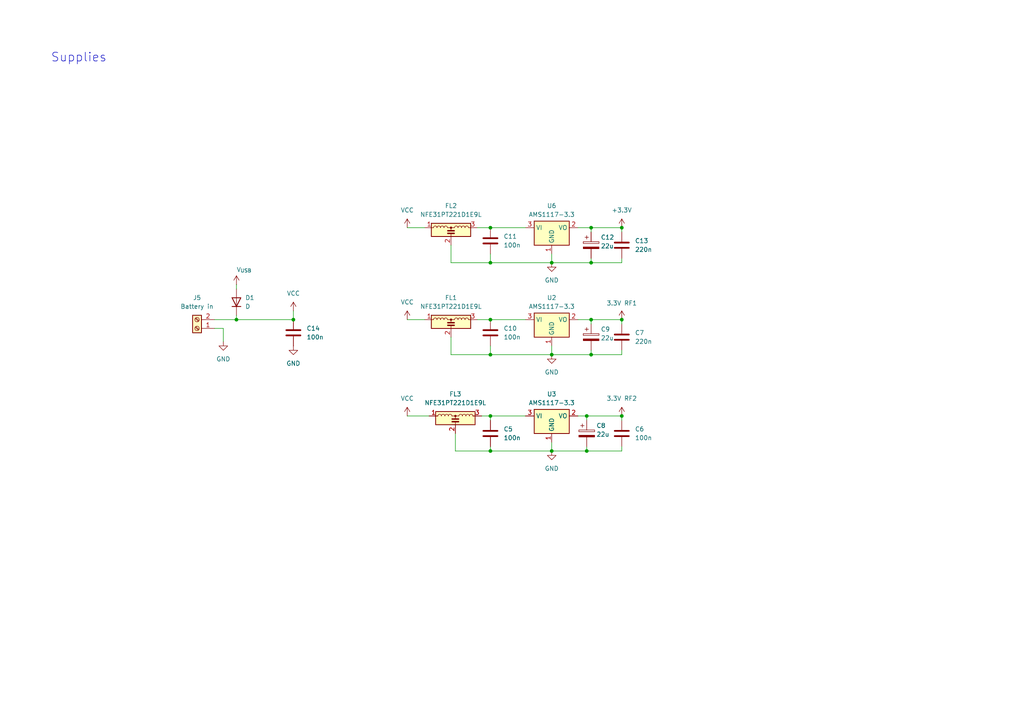
<source format=kicad_sch>
(kicad_sch (version 20250114) (generator "eeschema") (generator_version "9.0")
  (paper "A4")
  (title_block (title "3-band-LoRa testboard") (date "2025-30-03") (rev "1") (company "AAU-connectivity") (comment 1 "Malthe Sennels"))
  (lib_symbols
    (symbol "Connector:Screw_Terminal_01x02" (pin_names (offset 1.016) (hide yes))
      (property "Reference" "J" (at 0 2.54 0))
      (property "Value" "Screw_Terminal_01x02" (at 0 -5.08 0))
      (symbol "Screw_Terminal_01x02_1_1"
        (rectangle (start -1.27 1.27) (end 1.27 -3.81) (stroke (width 0.254)) (fill (type background)))
        (polyline (pts (xy -0.5334 0.3302) (xy 0.3302 -0.508)) (stroke (width 0.1524)))
        (polyline (pts (xy -0.5334 -2.2098) (xy 0.3302 -3.048)) (stroke (width 0.1524)))
        (polyline (pts (xy -0.3556 0.508) (xy 0.508 -0.3302)) (stroke (width 0.1524)))
        (polyline (pts (xy -0.3556 -2.032) (xy 0.508 -2.8702)) (stroke (width 0.1524)))
        (circle (center 0 0) (radius 0.635) (stroke (width 0.1524)))
        (circle (center 0 -2.54) (radius 0.635) (stroke (width 0.1524)))
        (pin passive line (at -5.08 0 0) (length 3.81) (name "Pin_1") (number "1"))
        (pin passive line (at -5.08 -2.54 0) (length 3.81) (name "Pin_2") (number "2"))
      )
    )
    (symbol "Device:C" (pin_numbers (hide yes)) (pin_names (offset 0.254))
      (property "Reference" "C" (at 0.635 2.54 0))
      (property "Value" "C" (at 0.635 -2.54 0))
      (symbol "C_0_1"
        (polyline (pts (xy -2.032 0.762) (xy 2.032 0.762)) (stroke (width 0.508)))
        (polyline (pts (xy -2.032 -0.762) (xy 2.032 -0.762)) (stroke (width 0.508)))
      )
      (symbol "C_1_1"
        (pin passive line (at 0 3.81 270) (length 2.794) (name "~") (number "1"))
        (pin passive line (at 0 -3.81 90) (length 2.794) (name "~") (number "2"))
      )
    )
    (symbol "Device:C_Polarized" (pin_numbers (hide yes)) (pin_names (offset 0.254))
      (property "Reference" "C" (at 0.635 2.54 0))
      (property "Value" "C_Polarized" (at 0.635 -2.54 0))
      (symbol "C_Polarized_0_1"
        (rectangle (start -2.286 0.508) (end 2.286 1.016))
        (polyline (pts (xy -1.778 2.286) (xy -0.762 2.286)))
        (polyline (pts (xy -1.27 2.794) (xy -1.27 1.778)))
        (rectangle (start 2.286 -0.508) (end -2.286 -1.016) (fill (type outline)))
      )
      (symbol "C_Polarized_1_1"
        (pin passive line (at 0 3.81 270) (length 2.794) (name "~") (number "1"))
        (pin passive line (at 0 -3.81 90) (length 2.794) (name "~") (number "2"))
      )
    )
    (symbol "Device:D" (pin_numbers (hide yes)) (pin_names (offset 1.016) (hide yes))
      (property "Reference" "D" (at 0 2.54 0))
      (property "Value" "D" (at 0 -2.54 0))
      (symbol "D_0_1"
        (polyline (pts (xy -1.27 1.27) (xy -1.27 -1.27)) (stroke (width 0.254)))
        (polyline (pts (xy 1.27 1.27) (xy 1.27 -1.27) (xy -1.27 0) (xy 1.27 1.27)) (stroke (width 0.254)))
        (polyline (pts (xy 1.27 0) (xy -1.27 0)))
      )
      (symbol "D_1_1"
        (pin passive line (at -3.81 0 0) (length 2.54) (name "K") (number "1"))
        (pin passive line (at 3.81 0 180) (length 2.54) (name "A") (number "2"))
      )
    )
    (symbol "Device:Filter_EMI_LCL" (pin_names (offset 0.254) (hide yes))
      (property "Reference" "FL" (at 0 6.985 0))
      (property "Value" "Filter_EMI_LCL" (at 0 5.08 0))
      (symbol "Filter_EMI_LCL_0_1"
        (rectangle (start -5.715 3.81) (end 5.715 0) (stroke (width 0.254)) (fill (type background)))
        (arc (start -5.08 2.54) (mid -4.572 3.0458) (end -4.064 2.54))
        (arc (start -4.064 2.54) (mid -3.556 3.0458) (end -3.048 2.54))
        (arc (start -3.048 2.54) (mid -2.54 3.0458) (end -2.032 2.54))
        (arc (start -2.032 2.54) (mid -1.524 3.0458) (end -1.016 2.54))
        (polyline (pts (xy -1.016 2.54) (xy 1.016 2.54)))
        (rectangle (start -1.016 0.762) (end 1.016 1.016) (fill (type outline)))
        (circle (center 0 2.54) (radius 0.254) (fill (type outline)))
        (polyline (pts (xy 0 2.54) (xy 0 1.778)))
        (polyline (pts (xy 0 0.762) (xy 0 0)))
        (rectangle (start 1.016 1.524) (end -1.016 1.778) (fill (type outline)))
        (arc (start 1.016 2.54) (mid 1.524 3.0458) (end 2.032 2.54))
        (arc (start 2.032 2.54) (mid 2.54 3.0458) (end 3.048 2.54))
        (arc (start 3.048 2.54) (mid 3.556 3.0458) (end 4.064 2.54))
        (arc (start 4.064 2.54) (mid 4.572 3.0458) (end 5.08 2.54))
      )
      (symbol "Filter_EMI_LCL_1_1"
        (pin passive line (at -7.62 2.54 0) (length 2.54) (name "1") (number "1"))
        (pin passive line (at 0 -2.54 90) (length 2.54) (name "2") (number "2"))
        (pin passive line (at 7.62 2.54 180) (length 2.54) (name "3") (number "3"))
      )
    )
    (symbol "Regulator_Linear:AMS1117-3.3"
      (property "Reference" "U" (at -3.81 3.175 0))
      (property "Value" "AMS1117-3.3" (at 0 3.175 0))
      (symbol "AMS1117-3.3_0_1"
        (rectangle (start -5.08 -5.08) (end 5.08 1.905) (stroke (width 0.254)) (fill (type background)))
      )
      (symbol "AMS1117-3.3_1_1"
        (pin power_in line (at -7.62 0 0) (length 2.54) (name "VI") (number "3"))
        (pin power_in line (at 0 -7.62 90) (length 2.54) (name "GND") (number "1"))
        (pin power_out line (at 7.62 0 180) (length 2.54) (name "VO") (number "2"))
      )
    )
    (symbol "power:+3.3V" (power) (pin_numbers (hide yes)) (pin_names (offset 0) (hide yes))
      (property "Value" "+3.3V" (at 0 3.556 0))
      (symbol "+3.3V_0_1"
        (polyline (pts (xy -0.762 1.27) (xy 0 2.54)))
        (polyline (pts (xy 0 2.54) (xy 0.762 1.27)))
        (polyline (pts (xy 0 0) (xy 0 2.54)))
      )
      (symbol "+3.3V_1_1"
        (pin power_in line (at 0 0 90) (length 0) (name "~") (number "1"))
      )
    )
    (symbol "power:GND" (power) (pin_numbers (hide yes)) (pin_names (offset 0) (hide yes))
      (property "Value" "GND" (at 0 -3.81 0))
      (symbol "GND_0_1"
        (polyline (pts (xy 0 0) (xy 0 -1.27) (xy 1.27 -1.27) (xy 0 -2.54) (xy -1.27 -1.27) (xy 0 -1.27)))
      )
      (symbol "GND_1_1"
        (pin power_in line (at 0 0 270) (length 0) (name "~") (number "1"))
      )
    )
    (symbol "power:VCC" (power) (pin_numbers (hide yes)) (pin_names (offset 0) (hide yes))
      (property "Value" "VCC" (at 0 3.556 0))
      (symbol "VCC_0_1"
        (polyline (pts (xy -0.762 1.27) (xy 0 2.54)))
        (polyline (pts (xy 0 2.54) (xy 0.762 1.27)))
        (polyline (pts (xy 0 0) (xy 0 2.54)))
      )
      (symbol "VCC_1_1"
        (pin power_in line (at 0 0 90) (length 0) (name "~") (number "1"))
      )
    )
  )
  (text "Supplies" (at 22.86 16.764 0) (effects (font (size 2.54 2.54))))
  (junction (at 142.24 76.2))
  (junction (at 142.24 92.71))
  (junction (at 142.24 130.81))
  (junction (at 160.02 130.81))
  (junction (at 142.24 120.65))
  (junction (at 171.45 102.87))
  (junction (at 180.34 66.04))
  (junction (at 160.02 102.87))
  (junction (at 171.45 66.04))
  (junction (at 171.45 92.71))
  (junction (at 170.18 130.81))
  (junction (at 180.34 92.71))
  (junction (at 142.24 102.87))
  (junction (at 68.58 92.71))
  (junction (at 85.09 92.71))
  (junction (at 142.24 66.04))
  (junction (at 160.02 76.2))
  (junction (at 180.34 120.65))
  (junction (at 171.45 76.2))
  (junction (at 170.18 120.65))
  (wire (pts (xy 142.24 102.87) (xy 160.02 102.87)))
  (wire (pts (xy 170.18 130.81) (xy 180.34 130.81)))
  (wire (pts (xy 160.02 100.33) (xy 160.02 102.87)))
  (wire (pts (xy 142.24 76.2) (xy 160.02 76.2)))
  (wire (pts (xy 180.34 67.31) (xy 180.34 66.04)))
  (wire (pts (xy 142.24 120.65) (xy 152.4 120.65)))
  (wire (pts (xy 180.34 121.92) (xy 180.34 120.65)))
  (wire (pts (xy 130.81 102.87) (xy 142.24 102.87)))
  (wire (pts (xy 170.18 130.81) (xy 170.18 129.54)))
  (wire (pts (xy 118.11 120.65) (xy 124.46 120.65)))
  (wire (pts (xy 64.77 95.25) (xy 62.23 95.25)))
  (wire (pts (xy 160.02 128.27) (xy 160.02 130.81)))
  (wire (pts (xy 180.34 93.98) (xy 180.34 92.71)))
  (wire (pts (xy 68.58 91.44) (xy 68.58 92.71)))
  (wire (pts (xy 171.45 92.71) (xy 180.34 92.71)))
  (wire (pts (xy 160.02 76.2) (xy 171.45 76.2)))
  (wire (pts (xy 142.24 130.81) (xy 142.24 129.54)))
  (wire (pts (xy 64.77 99.06) (xy 64.77 95.25)))
  (wire (pts (xy 118.11 92.71) (xy 123.19 92.71)))
  (wire (pts (xy 170.18 120.65) (xy 180.34 120.65)))
  (wire (pts (xy 171.45 102.87) (xy 180.34 102.87)))
  (wire (pts (xy 142.24 73.66) (xy 142.24 76.2)))
  (wire (pts (xy 171.45 93.98) (xy 171.45 92.71)))
  (wire (pts (xy 180.34 130.81) (xy 180.34 129.54)))
  (wire (pts (xy 138.43 92.71) (xy 142.24 92.71)))
  (wire (pts (xy 167.64 66.04) (xy 171.45 66.04)))
  (wire (pts (xy 68.58 82.55) (xy 68.58 83.82)))
  (wire (pts (xy 171.45 76.2) (xy 171.45 74.93)))
  (wire (pts (xy 142.24 66.04) (xy 152.4 66.04)))
  (wire (pts (xy 171.45 102.87) (xy 171.45 101.6)))
  (wire (pts (xy 170.18 121.92) (xy 170.18 120.65)))
  (wire (pts (xy 171.45 76.2) (xy 180.34 76.2)))
  (wire (pts (xy 132.08 130.81) (xy 142.24 130.81)))
  (wire (pts (xy 171.45 67.31) (xy 171.45 66.04)))
  (wire (pts (xy 85.09 92.71) (xy 68.58 92.71)))
  (wire (pts (xy 180.34 102.87) (xy 180.34 101.6)))
  (wire (pts (xy 160.02 130.81) (xy 170.18 130.81)))
  (wire (pts (xy 138.43 66.04) (xy 142.24 66.04)))
  (wire (pts (xy 167.64 92.71) (xy 171.45 92.71)))
  (wire (pts (xy 85.09 90.17) (xy 85.09 92.71)))
  (wire (pts (xy 142.24 100.33) (xy 142.24 102.87)))
  (wire (pts (xy 142.24 121.92) (xy 142.24 120.65)))
  (wire (pts (xy 142.24 92.71) (xy 152.4 92.71)))
  (wire (pts (xy 160.02 102.87) (xy 171.45 102.87)))
  (wire (pts (xy 139.7 120.65) (xy 142.24 120.65)))
  (wire (pts (xy 130.81 71.12) (xy 130.81 76.2)))
  (wire (pts (xy 160.02 73.66) (xy 160.02 76.2)))
  (wire (pts (xy 68.58 92.71) (xy 62.23 92.71)))
  (wire (pts (xy 180.34 76.2) (xy 180.34 74.93)))
  (wire (pts (xy 167.64 120.65) (xy 170.18 120.65)))
  (wire (pts (xy 130.81 76.2) (xy 142.24 76.2)))
  (wire (pts (xy 118.11 66.04) (xy 123.19 66.04)))
  (wire (pts (xy 130.81 97.79) (xy 130.81 102.87)))
  (wire (pts (xy 171.45 66.04) (xy 180.34 66.04)))
  (wire (pts (xy 160.02 130.81) (xy 142.24 130.81)))
  (wire (pts (xy 132.08 125.73) (xy 132.08 130.81)))
  (symbol (lib_id "Device:C") (at 180.34 71.12 0) (unit 1)
    (property "Reference" "C13" (at 184.15 69.8499 0) (effects (justify left)))
    (property "Value" "220n" (at 184.15 72.3899 0) (effects (justify left)))
    (property "Footprint" "Capacitor_SMD:C_0603_1608Metric" (effects (hide yes)))
    (property "Description" "Unpolarized capacitor" (effects (hide yes)))
  )
  (symbol (lib_id "Device:C_Polarized") (at 171.45 71.12 0) (unit 1)
    (property "Reference" "C12" (at 174.244 68.834 0) (effects (justify left)))
    (property "Value" "22u" (at 174.244 71.374 0) (effects (justify left)))
    (property "Footprint" "Capacitor_SMD:C_1206_3216Metric" (effects (hide yes)))
    (property "Description" "Polarized capacitor" (effects (hide yes)))
  )
  (symbol (lib_id "Device:C") (at 85.09 96.52 0) (unit 1)
    (property "Reference" "C14" (at 88.9 95.2499 0) (effects (justify left)))
    (property "Value" "100n" (at 88.9 97.7899 0) (effects (justify left)))
    (property "Footprint" "Capacitor_SMD:C_0603_1608Metric" (effects (hide yes)))
    (property "Description" "Unpolarized capacitor" (effects (hide yes)))
  )
  (symbol (lib_id "power:GND") (at 160.02 76.2 0) (unit 1)
    (property "Reference" "#PWR036" (effects (hide yes)))
    (property "Value" "GND" (at 160.02 81.28 0))
    (property "Description" "Power symbol creates a global label with name \"GND\" , ground" (effects (hide yes)))
  )
  (symbol (lib_id "Device:C_Polarized") (at 171.45 97.79 0) (unit 1)
    (property "Reference" "C9" (at 174.244 95.504 0) (effects (justify left)))
    (property "Value" "22u" (at 174.244 98.044 0) (effects (justify left)))
    (property "Footprint" "Capacitor_SMD:C_1206_3216Metric" (effects (hide yes)))
    (property "Description" "Polarized capacitor" (effects (hide yes)))
  )
  (symbol (lib_id "power:+3.3V") (at 180.34 120.65 0) (unit 1)
    (property "Reference" "#PWR032" (effects (hide yes)))
    (property "Value" "3.3V RF2" (at 180.34 115.57 0))
    (property "Description" "Power symbol creates a global label with name \"+3.3V\"" (effects (hide yes)))
  )
  (symbol (lib_id "power:+3.3V") (at 180.34 92.71 0) (unit 1)
    (property "Reference" "#PWR033" (effects (hide yes)))
    (property "Value" "3.3V RF1" (at 180.34 87.9343 0))
    (property "Description" "Power symbol creates a global label with name \"+3.3V\"" (effects (hide yes)))
  )
  (symbol (lib_id "power:GND") (at 64.77 99.06 0) (unit 1)
    (property "Reference" "#PWR030" (effects (hide yes)))
    (property "Value" "GND" (at 64.77 104.14 0))
    (property "Description" "Power symbol creates a global label with name \"GND\" , ground" (effects (hide yes)))
  )
  (symbol (lib_id "Device:Filter_EMI_LCL") (at 130.81 68.58 0) (unit 1)
    (property "Reference" "FL2" (at 130.81 59.69 0))
    (property "Value" "NFE31PT221D1E9L" (at 130.81 62.23 0))
    (property "Footprint" "Crystal:Resonator_SMD_Murata_CSTxExxV-3Pin_3.0x1.1mm_HandSoldering" (effects (hide yes)))
    (property "Datasheet" "http://www.murata.com/~/media/webrenewal/support/library/catalog/products/emc/emifil/c31e.ashx?la=en-gb" (effects (hide yes)))
    (property "Description" "EMI T-filter (LCL)" (effects (hide yes)))
  )
  (symbol (lib_id "power:GND") (at 160.02 102.87 0) (unit 1)
    (property "Reference" "#PWR035" (effects (hide yes)))
    (property "Value" "GND" (at 160.02 107.95 0))
    (property "Description" "Power symbol creates a global label with name \"GND\" , ground" (effects (hide yes)))
  )
  (symbol (lib_id "Device:C") (at 142.24 69.85 0) (unit 1)
    (property "Reference" "C11" (at 146.05 68.5799 0) (effects (justify left)))
    (property "Value" "100n" (at 146.05 71.1199 0) (effects (justify left)))
    (property "Footprint" "Capacitor_SMD:C_0603_1608Metric" (effects (hide yes)))
    (property "Description" "Unpolarized capacitor" (effects (hide yes)))
  )
  (symbol (lib_id "Regulator_Linear:AMS1117-3.3") (at 160.02 92.71 0) (unit 1)
    (property "Reference" "U2" (at 160.02 86.36 0))
    (property "Value" "AMS1117-3.3" (at 160.02 88.9 0))
    (property "Footprint" "Package_TO_SOT_SMD:SOT-223-3_TabPin2" (effects (hide yes)))
    (property "Datasheet" "http://www.advanced-monolithic.com/pdf/ds1117.pdf" (effects (hide yes)))
    (property "Description" "1A Low Dropout regulator, positive, 3.3V fixed output, SOT-223" (effects (hide yes)))
  )
  (symbol (lib_id "Device:D") (at 68.58 87.63 90) (unit 1)
    (property "Reference" "D1" (at 71.12 86.3599 90) (effects (justify right)))
    (property "Value" "D" (at 71.12 88.8999 90) (effects (justify right)))
    (property "Footprint" "Diode_SMD:D_SOD-323_HandSoldering" (effects (hide yes)))
    (property "Description" "Diode" (effects (hide yes)))
    (property "Sim.Device" "D" (effects (hide yes)))
    (property "Sim.Pins" "1=K 2=A" (effects (hide yes)))
  )
  (symbol (lib_id "power:GND") (at 160.02 130.81 0) (unit 1)
    (property "Reference" "#PWR034" (effects (hide yes)))
    (property "Value" "GND" (at 160.02 135.89 0))
    (property "Description" "Power symbol creates a global label with name \"GND\" , ground" (effects (hide yes)))
  )
  (symbol (lib_id "power:VCC") (at 118.11 92.71 0) (unit 1)
    (property "Reference" "#PWR039" (effects (hide yes)))
    (property "Value" "VCC" (at 118.11 87.63 0))
    (property "Description" "Power symbol creates a global label with name \"VCC\"" (effects (hide yes)))
  )
  (symbol (lib_id "power:GND") (at 85.09 100.33 0) (unit 1)
    (property "Reference" "#PWR047" (effects (hide yes)))
    (property "Value" "GND" (at 85.09 105.41 0))
    (property "Description" "Power symbol creates a global label with name \"GND\" , ground" (effects (hide yes)))
  )
  (symbol (lib_id "Regulator_Linear:AMS1117-3.3") (at 160.02 66.04 0) (unit 1)
    (property "Reference" "U6" (at 160.02 59.69 0))
    (property "Value" "AMS1117-3.3" (at 160.02 62.23 0))
    (property "Footprint" "Package_TO_SOT_SMD:SOT-223-3_TabPin2" (effects (hide yes)))
    (property "Datasheet" "http://www.advanced-monolithic.com/pdf/ds1117.pdf" (effects (hide yes)))
    (property "Description" "1A Low Dropout regulator, positive, 3.3V fixed output, SOT-223" (effects (hide yes)))
  )
  (symbol (lib_id "Device:C_Polarized") (at 170.18 125.73 0) (unit 1)
    (property "Reference" "C8" (at 172.974 123.444 0) (effects (justify left)))
    (property "Value" "22u" (at 172.974 125.984 0) (effects (justify left)))
    (property "Footprint" "Capacitor_SMD:C_1206_3216Metric" (effects (hide yes)))
    (property "Description" "Polarized capacitor" (effects (hide yes)))
  )
  (symbol (lib_id "power:VCC") (at 85.09 90.17 0) (unit 1)
    (property "Reference" "#PWR031" (effects (hide yes)))
    (property "Value" "VCC" (at 85.09 85.09 0))
    (property "Description" "Power symbol creates a global label with name \"VCC\"" (effects (hide yes)))
  )
  (symbol (lib_id "power:VCC") (at 118.11 66.04 0) (unit 1)
    (property "Reference" "#PWR038" (effects (hide yes)))
    (property "Value" "VCC" (at 118.11 60.96 0))
    (property "Description" "Power symbol creates a global label with name \"VCC\"" (effects (hide yes)))
  )
  (symbol (lib_id "Device:Filter_EMI_LCL") (at 130.81 95.25 0) (unit 1)
    (property "Reference" "FL1" (at 130.81 86.36 0))
    (property "Value" "NFE31PT221D1E9L" (at 130.81 88.9 0))
    (property "Footprint" "Crystal:Resonator_SMD_Murata_CSTxExxV-3Pin_3.0x1.1mm_HandSoldering" (effects (hide yes)))
    (property "Datasheet" "http://www.murata.com/~/media/webrenewal/support/library/catalog/products/emc/emifil/c31e.ashx?la=en-gb" (effects (hide yes)))
    (property "Description" "EMI T-filter (LCL)" (effects (hide yes)))
  )
  (symbol (lib_id "Connector:Screw_Terminal_01x02") (at 57.15 95.25 180) (unit 1)
    (property "Reference" "J5" (at 57.15 86.36 0))
    (property "Value" "Battery in" (at 57.15 88.9 0))
    (property "Footprint" "TerminalBlock_RND:TerminalBlock_RND_205-00012_1x02_P5.00mm_Horizontal" (effects (hide yes)))
    (property "Description" "Generic screw terminal, single row, 01x02, script generated (kicad-library-utils/schlib/autogen/connector/)" (effects (hide yes)))
  )
  (symbol (lib_id "Device:C") (at 142.24 96.52 0) (unit 1)
    (property "Reference" "C10" (at 146.05 95.2499 0) (effects (justify left)))
    (property "Value" "100n" (at 146.05 97.7899 0) (effects (justify left)))
    (property "Footprint" "Capacitor_SMD:C_0603_1608Metric" (effects (hide yes)))
    (property "Description" "Unpolarized capacitor" (effects (hide yes)))
  )
  (symbol (lib_id "Device:C") (at 180.34 97.79 0) (unit 1)
    (property "Reference" "C7" (at 184.15 96.5199 0) (effects (justify left)))
    (property "Value" "220n" (at 184.15 99.0599 0) (effects (justify left)))
    (property "Footprint" "Capacitor_SMD:C_0603_1608Metric" (effects (hide yes)))
    (property "Description" "Unpolarized capacitor" (effects (hide yes)))
  )
  (symbol (lib_id "Regulator_Linear:AMS1117-3.3") (at 160.02 120.65 0) (unit 1)
    (property "Reference" "U3" (at 160.02 114.3 0))
    (property "Value" "AMS1117-3.3" (at 160.02 116.84 0))
    (property "Footprint" "Package_TO_SOT_SMD:SOT-223-3_TabPin2" (effects (hide yes)))
    (property "Datasheet" "http://www.advanced-monolithic.com/pdf/ds1117.pdf" (effects (hide yes)))
    (property "Description" "1A Low Dropout regulator, positive, 3.3V fixed output, SOT-223" (effects (hide yes)))
  )
  (symbol (lib_id "Device:Filter_EMI_LCL") (at 132.08 123.19 0) (unit 1)
    (property "Reference" "FL3" (at 132.08 114.3 0))
    (property "Value" "NFE31PT221D1E9L" (at 132.08 116.84 0))
    (property "Footprint" "Crystal:Resonator_SMD_Murata_CSTxExxV-3Pin_3.0x1.1mm_HandSoldering" (effects (hide yes)))
    (property "Datasheet" "http://www.murata.com/~/media/webrenewal/support/library/catalog/products/emc/emifil/c31e.ashx?la=en-gb" (effects (hide yes)))
    (property "Description" "EMI T-filter (LCL)" (effects (hide yes)))
  )
  (symbol (lib_id "Device:C") (at 180.34 125.73 0) (unit 1)
    (property "Reference" "C6" (at 184.15 124.4599 0) (effects (justify left)))
    (property "Value" "100n" (at 184.15 126.9999 0) (effects (justify left)))
    (property "Footprint" "Capacitor_SMD:C_0603_1608Metric" (effects (hide yes)))
    (property "Description" "Unpolarized capacitor" (effects (hide yes)))
  )
  (symbol (lib_id "power:VCC") (at 68.58 82.55 0) (unit 1)
    (property "Reference" "#PWR041" (effects (hide yes)))
    (property "Value" "V_{USB}" (at 68.58 78.232 0) (effects (justify left)))
    (property "Description" "Power symbol creates a global label with name \"VCC\"" (effects (hide yes)))
  )
  (symbol (lib_id "power:+3.3V") (at 180.34 66.04 0) (unit 1)
    (property "Reference" "#PWR037" (effects (hide yes)))
    (property "Value" "+3.3V" (at 180.34 60.96 0))
    (property "Description" "Power symbol creates a global label with name \"+3.3V\"" (effects (hide yes)))
  )
  (symbol (lib_id "power:VCC") (at 118.11 120.65 0) (unit 1)
    (property "Reference" "#PWR040" (effects (hide yes)))
    (property "Value" "VCC" (at 118.11 115.57 0))
    (property "Description" "Power symbol creates a global label with name \"VCC\"" (effects (hide yes)))
  )
  (symbol (lib_id "Device:C") (at 142.24 125.73 0) (unit 1)
    (property "Reference" "C5" (at 146.05 124.4599 0) (effects (justify left)))
    (property "Value" "100n" (at 146.05 126.9999 0) (effects (justify left)))
    (property "Footprint" "Capacitor_SMD:C_0603_1608Metric" (effects (hide yes)))
    (property "Description" "Unpolarized capacitor" (effects (hide yes)))
  )
)
</source>
